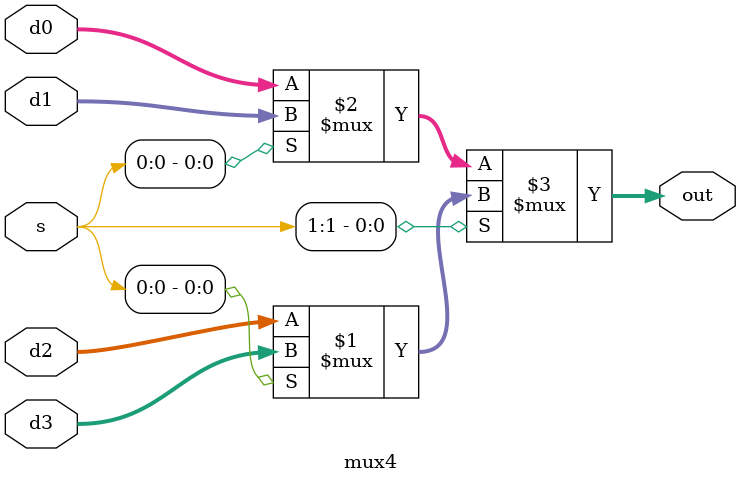
<source format=sv>
module mux4 #(parameter WIDTH = 32)
             (input  logic [WIDTH-1:0] d0, d1, d2, d3,
              input  logic [1:0]       s,
              output logic [WIDTH-1:0] out
             );

assign out = s[1] ? (s[0] ? d3 : d2) : (s[0] ? d1 : d0);

endmodule
</source>
